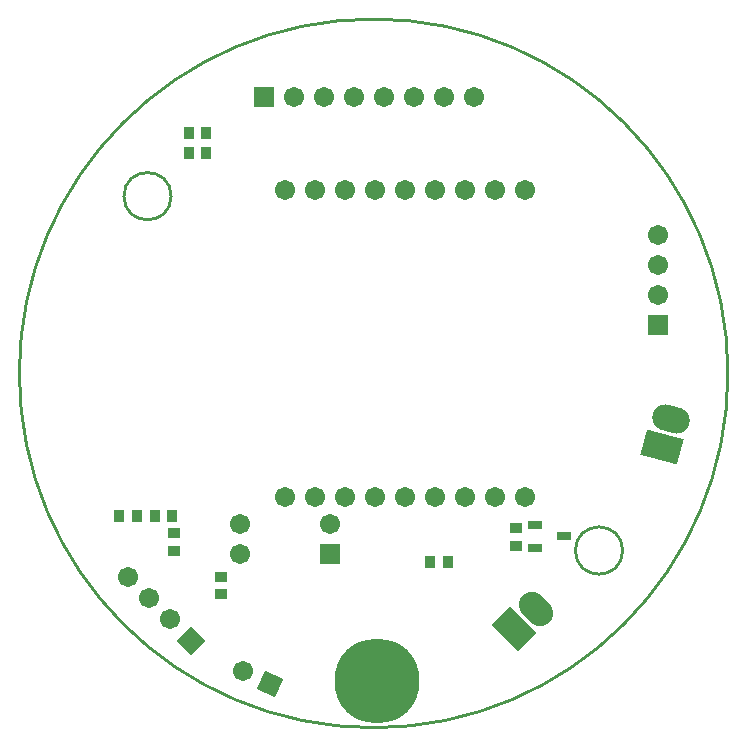
<source format=gbs>
%FSLAX25Y25*%
%MOIN*%
G70*
G01*
G75*
G04 Layer_Color=16711935*
%ADD10R,0.02756X0.03347*%
%ADD11R,0.03347X0.02756*%
%ADD12O,0.04724X0.00984*%
%ADD13R,0.04724X0.01772*%
%ADD14O,0.04724X0.01772*%
%ADD15O,0.00984X0.04724*%
%ADD16O,0.01772X0.04724*%
%ADD17R,0.03937X0.02362*%
%ADD18R,0.04724X0.01969*%
%ADD19O,0.03543X0.01969*%
%ADD20O,0.03543X0.01969*%
%ADD21R,0.03543X0.01969*%
%ADD22R,0.02362X0.03937*%
%ADD23O,0.02500X0.05500*%
%ADD24R,0.02500X0.05500*%
%ADD25R,0.07874X0.07874*%
%ADD26C,0.01000*%
%ADD27C,0.00800*%
%ADD28C,0.02000*%
%ADD29C,0.06000*%
%ADD30C,0.01500*%
%ADD31C,0.03000*%
%ADD32C,0.01200*%
%ADD33C,0.05906*%
%ADD34P,0.08352X4X180.0*%
%ADD35R,0.05906X0.05906*%
G04:AMPARAMS|DCode=36|XSize=78.74mil|YSize=118.11mil|CornerRadius=0mil|HoleSize=0mil|Usage=FLASHONLY|Rotation=45.000|XOffset=0mil|YOffset=0mil|HoleType=Round|Shape=Rectangle|*
%AMROTATEDRECTD36*
4,1,4,0.01392,-0.06960,-0.06960,0.01392,-0.01392,0.06960,0.06960,-0.01392,0.01392,-0.06960,0.0*
%
%ADD36ROTATEDRECTD36*%

G04:AMPARAMS|DCode=37|XSize=78.74mil|YSize=118.11mil|CornerRadius=0mil|HoleSize=0mil|Usage=FLASHONLY|Rotation=45.000|XOffset=0mil|YOffset=0mil|HoleType=Round|Shape=Round|*
%AMOVALD37*
21,1,0.03937,0.07874,0.00000,0.00000,135.0*
1,1,0.07874,0.01392,-0.01392*
1,1,0.07874,-0.01392,0.01392*
%
%ADD37OVALD37*%

G04:AMPARAMS|DCode=38|XSize=78.74mil|YSize=118.11mil|CornerRadius=0mil|HoleSize=0mil|Usage=FLASHONLY|Rotation=75.000|XOffset=0mil|YOffset=0mil|HoleType=Round|Shape=Round|*
%AMOVALD38*
21,1,0.03937,0.07874,0.00000,0.00000,165.0*
1,1,0.07874,0.01901,-0.00510*
1,1,0.07874,-0.01901,0.00510*
%
%ADD38OVALD38*%

G04:AMPARAMS|DCode=39|XSize=78.74mil|YSize=118.11mil|CornerRadius=0mil|HoleSize=0mil|Usage=FLASHONLY|Rotation=75.000|XOffset=0mil|YOffset=0mil|HoleType=Round|Shape=Rectangle|*
%AMROTATEDRECTD39*
4,1,4,0.04685,-0.05331,-0.06723,-0.02274,-0.04685,0.05331,0.06723,0.02274,0.04685,-0.05331,0.0*
%
%ADD39ROTATEDRECTD39*%

%ADD40P,0.08352X4X200.0*%
%ADD41R,0.05906X0.05906*%
%ADD42C,0.02000*%
%ADD43C,0.03000*%
%ADD44C,0.04000*%
%ADD45C,0.05000*%
%ADD46C,0.27559*%
%ADD47C,0.00500*%
%ADD48C,0.00787*%
%ADD49C,0.00984*%
%ADD50C,0.02362*%
%ADD51R,0.03556X0.04147*%
%ADD52R,0.04147X0.03556*%
%ADD53O,0.05524X0.01784*%
%ADD54R,0.05524X0.02572*%
%ADD55O,0.05524X0.02572*%
%ADD56O,0.01784X0.05524*%
%ADD57O,0.02572X0.05524*%
%ADD58R,0.04737X0.03162*%
%ADD59R,0.05524X0.02769*%
%ADD60O,0.04343X0.02769*%
%ADD61O,0.04343X0.02769*%
%ADD62R,0.04343X0.02769*%
%ADD63R,0.03162X0.04737*%
%ADD64O,0.03300X0.06300*%
%ADD65R,0.03300X0.06300*%
%ADD66R,0.08674X0.08674*%
%ADD67C,0.06706*%
%ADD68P,0.09483X4X180.0*%
%ADD69R,0.06706X0.06706*%
G04:AMPARAMS|DCode=70|XSize=86.74mil|YSize=126.11mil|CornerRadius=0mil|HoleSize=0mil|Usage=FLASHONLY|Rotation=45.000|XOffset=0mil|YOffset=0mil|HoleType=Round|Shape=Rectangle|*
%AMROTATEDRECTD70*
4,1,4,0.01392,-0.07525,-0.07525,0.01392,-0.01392,0.07525,0.07525,-0.01392,0.01392,-0.07525,0.0*
%
%ADD70ROTATEDRECTD70*%

G04:AMPARAMS|DCode=71|XSize=86.74mil|YSize=126.11mil|CornerRadius=0mil|HoleSize=0mil|Usage=FLASHONLY|Rotation=45.000|XOffset=0mil|YOffset=0mil|HoleType=Round|Shape=Round|*
%AMOVALD71*
21,1,0.03937,0.08674,0.00000,0.00000,135.0*
1,1,0.08674,0.01392,-0.01392*
1,1,0.08674,-0.01392,0.01392*
%
%ADD71OVALD71*%

G04:AMPARAMS|DCode=72|XSize=86.74mil|YSize=126.11mil|CornerRadius=0mil|HoleSize=0mil|Usage=FLASHONLY|Rotation=75.000|XOffset=0mil|YOffset=0mil|HoleType=Round|Shape=Round|*
%AMOVALD72*
21,1,0.03937,0.08674,0.00000,0.00000,165.0*
1,1,0.08674,0.01901,-0.00510*
1,1,0.08674,-0.01901,0.00510*
%
%ADD72OVALD72*%

G04:AMPARAMS|DCode=73|XSize=86.74mil|YSize=126.11mil|CornerRadius=0mil|HoleSize=0mil|Usage=FLASHONLY|Rotation=75.000|XOffset=0mil|YOffset=0mil|HoleType=Round|Shape=Rectangle|*
%AMROTATEDRECTD73*
4,1,4,0.04968,-0.05821,-0.07213,-0.02557,-0.04968,0.05821,0.07213,0.02557,0.04968,-0.05821,0.0*
%
%ADD73ROTATEDRECTD73*%

%ADD74P,0.09483X4X200.0*%
%ADD75R,0.06706X0.06706*%
%ADD76C,0.28359*%
D26*
X83000Y-59055D02*
G03*
X83000Y-59055I-7874J0D01*
G01*
X-67500Y59055D02*
G03*
X-67500Y59055I-7874J0D01*
G01*
X118110Y0D02*
G03*
X118110Y0I-118110J0D01*
G01*
D51*
X18894Y-62800D02*
D03*
X24800D02*
D03*
X-73005Y-47400D02*
D03*
X-67100D02*
D03*
X-61700Y73400D02*
D03*
X-55795D02*
D03*
X-61705Y80100D02*
D03*
X-55800D02*
D03*
X-84905Y-47400D02*
D03*
X-79000D02*
D03*
D52*
X-50900Y-67795D02*
D03*
Y-73700D02*
D03*
X47500Y-51695D02*
D03*
Y-57600D02*
D03*
X-66600Y-53194D02*
D03*
Y-59100D02*
D03*
D58*
X53700Y-50426D02*
D03*
X63542Y-54363D02*
D03*
X53700Y-58300D02*
D03*
D67*
X-82013Y-67887D02*
D03*
X-74942Y-74958D02*
D03*
X-67871Y-82029D02*
D03*
X94800Y46200D02*
D03*
Y36200D02*
D03*
Y26200D02*
D03*
X50400Y61200D02*
D03*
X40400D02*
D03*
X30400D02*
D03*
X20400D02*
D03*
X10400D02*
D03*
X400D02*
D03*
X-9600D02*
D03*
X-19600D02*
D03*
X-29600D02*
D03*
Y-41162D02*
D03*
X-19600D02*
D03*
X-9600D02*
D03*
X400D02*
D03*
X10400D02*
D03*
X20400D02*
D03*
X30400D02*
D03*
X40400D02*
D03*
X50400D02*
D03*
X-43663Y-99174D02*
D03*
X-14500Y-50100D02*
D03*
X-44500Y-60100D02*
D03*
Y-50100D02*
D03*
X-26500Y92200D02*
D03*
X-16500D02*
D03*
X-6500D02*
D03*
X3500D02*
D03*
X13500D02*
D03*
X23500D02*
D03*
X33500D02*
D03*
X1200Y-102400D02*
D03*
D68*
X-60800Y-89100D02*
D03*
D69*
X94800Y16200D02*
D03*
D70*
X46900Y-85200D02*
D03*
D71*
X54250Y-78407D02*
D03*
D72*
X98968Y-15143D02*
D03*
D73*
X96000Y-24700D02*
D03*
D74*
X-34600Y-103400D02*
D03*
D75*
X-14500Y-60100D02*
D03*
X-36500Y92200D02*
D03*
D76*
X1200Y-102400D02*
D03*
M02*

</source>
